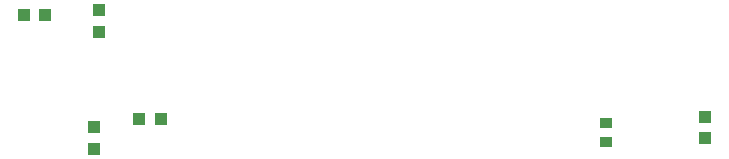
<source format=gbp>
G04 Layer_Color=128*
%FSLAX44Y44*%
%MOMM*%
G71*
G01*
G75*
%ADD25R,1.0000X0.9000*%
%ADD48R,1.1000X1.1000*%
%ADD49R,1.1000X1.1000*%
D25*
X896620Y-677290D02*
D03*
Y-661290D02*
D03*
D48*
X980440Y-674480D02*
D03*
Y-656480D02*
D03*
X463550Y-665370D02*
D03*
Y-683370D02*
D03*
X467360Y-566310D02*
D03*
Y-584310D02*
D03*
D49*
X519540Y-657860D02*
D03*
X501540D02*
D03*
X421750Y-570230D02*
D03*
X403750D02*
D03*
M02*

</source>
